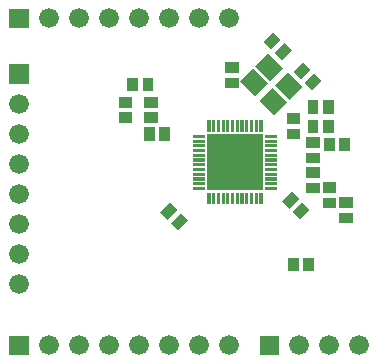
<source format=gbr>
G04 start of page 6 for group -4063 idx -4063 *
G04 Title: nRF51x22 Breakout, componentmask *
G04 Creator: pcb 1.99z *
G04 CreationDate: Tue 02 Apr 2013 08:01:19 PM GMT UTC *
G04 For: nock *
G04 Format: Gerber/RS-274X *
G04 PCB-Dimensions (mil): 1500.00 1200.00 *
G04 PCB-Coordinate-Origin: lower left *
%MOIN*%
%FSLAX25Y25*%
%LNTOPMASK*%
%ADD35R,0.0106X0.0106*%
%ADD34R,0.0355X0.0355*%
%ADD33C,0.0660*%
%ADD32C,0.0001*%
G54D32*G36*
X2200Y117800D02*Y111200D01*
X8800D01*
Y117800D01*
X2200D01*
G37*
G54D33*X15500Y114500D03*
X25500D03*
X35500D03*
X45500D03*
X55500D03*
X65500D03*
X75500D03*
G54D32*G36*
X85700Y8800D02*Y2200D01*
X92300D01*
Y8800D01*
X85700D01*
G37*
G54D33*X99000Y5500D03*
X109000D03*
X119000D03*
X25500D03*
X35500D03*
X45500D03*
X55500D03*
X65500D03*
X75500D03*
X5500Y66000D03*
Y56000D03*
Y46000D03*
Y36000D03*
G54D32*G36*
X2200Y99300D02*Y92700D01*
X8800D01*
Y99300D01*
X2200D01*
G37*
G54D33*X5500Y86000D03*
Y76000D03*
Y26000D03*
G54D32*G36*
X2200Y8800D02*Y2200D01*
X8800D01*
Y8800D01*
X2200D01*
G37*
G54D33*X15500Y5500D03*
G54D34*X108508Y52941D02*X109492D01*
X108508Y58059D02*X109492D01*
X114008Y47941D02*X114992D01*
X114008Y53059D02*X114992D01*
X103008Y57941D02*X103992D01*
X96941Y32992D02*Y32008D01*
X102059Y32992D02*Y32008D01*
G54D32*G36*
X96803Y49989D02*X100011Y53197D01*
X102523Y50685D01*
X99315Y47477D01*
X96803Y49989D01*
G37*
G36*
X93184Y53608D02*X96392Y56816D01*
X98904Y54304D01*
X95696Y51096D01*
X93184Y53608D01*
G37*
G54D34*X103500Y85492D02*Y84508D01*
X108618Y85492D02*Y84508D01*
X103500Y78992D02*Y78008D01*
X108618Y78992D02*Y78008D01*
X96508Y81059D02*X97492D01*
X103008Y67941D02*X103992D01*
X103008Y73059D02*X103992D01*
X114059Y72992D02*Y72008D01*
X108941Y72992D02*Y72008D01*
X96508Y75941D02*X97492D01*
X103008Y63059D02*X103992D01*
G54D35*X88071Y57839D02*X90945D01*
X88071Y59413D02*X90945D01*
X88071Y60988D02*X90945D01*
X88071Y62563D02*X90945D01*
X88071Y64138D02*X90945D01*
X88071Y65713D02*X90945D01*
G54D32*G36*
X52538Y49961D02*X55746Y53169D01*
X58257Y50657D01*
X55050Y47450D01*
X52538Y49961D01*
G37*
G36*
X56157Y46343D02*X59365Y49550D01*
X61876Y47039D01*
X58669Y43831D01*
X56157Y46343D01*
G37*
G54D35*X64055Y59413D02*X66929D01*
X64055Y57839D02*X66929D01*
X68839Y55929D02*Y53055D01*
X70413Y55929D02*Y53055D01*
X71988Y55929D02*Y53055D01*
X73563Y55929D02*Y53055D01*
X75138Y55929D02*Y53055D01*
X76713Y55929D02*Y53055D01*
X78287Y55929D02*Y53055D01*
X79862Y55929D02*Y53055D01*
X81437Y55929D02*Y53055D01*
X83012Y55929D02*Y53055D01*
X84587Y55929D02*Y53055D01*
X86161Y55929D02*Y53055D01*
X88071Y67287D02*X90945D01*
X88071Y68862D02*X90945D01*
X88071Y70437D02*X90945D01*
X88071Y72012D02*X90945D01*
X88071Y73587D02*X90945D01*
X88071Y75161D02*X90945D01*
X86161Y79945D02*Y77071D01*
X84587Y79945D02*Y77071D01*
X83012Y79945D02*Y77071D01*
X81437Y79945D02*Y77071D01*
X79862Y79945D02*Y77071D01*
G54D32*G36*
X68145Y75855D02*Y57145D01*
X86855D01*
Y75855D01*
X68145D01*
G37*
G54D35*X78287Y79945D02*Y77071D01*
X76713Y79945D02*Y77071D01*
X75138Y79945D02*Y77071D01*
X73563Y79945D02*Y77071D01*
X71988Y79945D02*Y77071D01*
X70413Y79945D02*Y77071D01*
X68839Y79945D02*Y77071D01*
G54D34*X48559Y92992D02*Y92008D01*
X43441Y92992D02*Y92008D01*
X49008Y86559D02*X49992D01*
X49008Y81441D02*X49992D01*
X40508Y86559D02*X41492D01*
X40508Y81441D02*X41492D01*
X48941Y76492D02*Y75508D01*
X54059Y76492D02*Y75508D01*
G54D35*X64055Y75161D02*X66929D01*
X64055Y73587D02*X66929D01*
X64055Y72012D02*X66929D01*
X64055Y70437D02*X66929D01*
X64055Y68862D02*X66929D01*
X64055Y67287D02*X66929D01*
X64055Y65713D02*X66929D01*
X64055Y64138D02*X66929D01*
X64055Y62563D02*X66929D01*
X64055Y60988D02*X66929D01*
G54D34*X76008Y92941D02*X76992D01*
X76008Y98059D02*X76992D01*
G54D32*G36*
X88665Y102988D02*X93559Y98094D01*
X89221Y93757D01*
X84327Y98651D01*
X88665Y102988D01*
G37*
G36*
X83516Y97838D02*X88409Y92942D01*
X84070Y88606D01*
X79177Y93502D01*
X83516Y97838D01*
G37*
G36*
X95067Y96585D02*X99962Y91692D01*
X95625Y87354D01*
X90730Y92247D01*
X95067Y96585D01*
G37*
G36*
X89917Y91435D02*X94811Y86541D01*
X90474Y82204D01*
X85580Y87098D01*
X89917Y91435D01*
G37*
G36*
X97031Y96680D02*X100239Y99888D01*
X102750Y97376D01*
X99543Y94169D01*
X97031Y96680D01*
G37*
G36*
X100650Y93061D02*X103857Y96269D01*
X106369Y93757D01*
X103161Y90550D01*
X100650Y93061D01*
G37*
G36*
X90726Y103119D02*X93933Y106327D01*
X96445Y103815D01*
X93237Y100607D01*
X90726Y103119D01*
G37*
G36*
X87107Y106738D02*X90315Y109946D01*
X92826Y107434D01*
X89619Y104226D01*
X87107Y106738D01*
G37*
M02*

</source>
